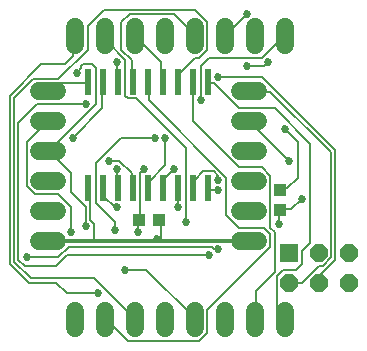
<source format=gbl>
G75*
%MOIN*%
%OFA0B0*%
%FSLAX24Y24*%
%IPPOS*%
%LPD*%
%AMOC8*
5,1,8,0,0,1.08239X$1,22.5*
%
%ADD10R,0.0236X0.0866*%
%ADD11R,0.0433X0.0394*%
%ADD12OC8,0.0600*%
%ADD13R,0.0600X0.0600*%
%ADD14C,0.0600*%
%ADD15C,0.0591*%
%ADD16C,0.0080*%
%ADD17C,0.0270*%
%ADD18C,0.0120*%
D10*
X003471Y006099D03*
X003971Y006099D03*
X004471Y006099D03*
X004971Y006099D03*
X005471Y006099D03*
X005971Y006099D03*
X006471Y006099D03*
X006971Y006099D03*
X007471Y006099D03*
X007471Y009646D03*
X006971Y009646D03*
X006471Y009646D03*
X005971Y009646D03*
X005471Y009646D03*
X004971Y009646D03*
X004471Y009646D03*
X003971Y009646D03*
X003471Y009646D03*
D11*
X005173Y005033D03*
X005842Y005033D03*
X009882Y005365D03*
X009882Y006034D03*
D12*
X011154Y003940D03*
X012154Y003940D03*
X012154Y002940D03*
X011154Y002940D03*
X010154Y002940D03*
D13*
X010154Y003940D03*
D14*
X009134Y004340D02*
X008534Y004340D01*
X008534Y005340D02*
X009134Y005340D01*
X009134Y006340D02*
X008534Y006340D01*
X008534Y007340D02*
X009134Y007340D01*
X009134Y008340D02*
X008534Y008340D01*
X008534Y009340D02*
X009134Y009340D01*
X002434Y009340D02*
X001834Y009340D01*
X001834Y008340D02*
X002434Y008340D01*
X002434Y007340D02*
X001834Y007340D01*
X001834Y006340D02*
X002434Y006340D01*
X002434Y005340D02*
X001834Y005340D01*
X001834Y004340D02*
X002434Y004340D01*
D15*
X003034Y002015D02*
X003034Y001425D01*
X004034Y001425D02*
X004034Y002015D01*
X005034Y002015D02*
X005034Y001425D01*
X006034Y001425D02*
X006034Y002015D01*
X007034Y002015D02*
X007034Y001425D01*
X008034Y001425D02*
X008034Y002015D01*
X009034Y002015D02*
X009034Y001425D01*
X010034Y001425D02*
X010034Y002015D01*
X010034Y010875D02*
X010034Y011465D01*
X009034Y011465D02*
X009034Y010875D01*
X008034Y010875D02*
X008034Y011465D01*
X007034Y011465D02*
X007034Y010875D01*
X006034Y010875D02*
X006034Y011465D01*
X005034Y011465D02*
X005034Y010875D01*
X004034Y010875D02*
X004034Y011465D01*
X003034Y011465D02*
X003034Y010875D01*
D16*
X002404Y002950D02*
X002754Y002600D01*
X003804Y002600D01*
X003664Y003090D02*
X004994Y001760D01*
X004784Y000990D02*
X004084Y001690D01*
X004784Y000990D02*
X007164Y000990D01*
X007444Y001270D01*
X007444Y002040D01*
X009544Y004140D01*
X009544Y004560D01*
X009334Y004770D01*
X008494Y004770D01*
X008074Y005190D01*
X008074Y006450D01*
X005484Y009040D01*
X005484Y009600D01*
X005471Y009646D01*
X005904Y009670D02*
X005971Y009646D01*
X005904Y009670D02*
X005904Y010300D01*
X005064Y011140D01*
X004574Y010720D02*
X004574Y011630D01*
X004854Y011910D01*
X006324Y011910D01*
X007024Y011210D01*
X007444Y011630D02*
X007444Y010720D01*
X007164Y010440D01*
X007024Y010440D01*
X006534Y009950D01*
X006534Y009670D01*
X006471Y009646D01*
X006954Y009600D02*
X006971Y009646D01*
X006954Y009600D02*
X006954Y008340D01*
X008494Y006800D01*
X009264Y006800D01*
X009544Y006520D01*
X009544Y004770D01*
X009684Y004630D01*
X009684Y003300D01*
X009054Y002670D01*
X009054Y001760D01*
X009754Y001970D02*
X009964Y001760D01*
X009754Y001970D02*
X009754Y003160D01*
X009964Y003370D01*
X010384Y003370D01*
X010594Y003580D01*
X010594Y004000D01*
X010874Y004280D01*
X010874Y007570D01*
X009684Y008760D01*
X008494Y008760D01*
X007654Y009600D01*
X007514Y009600D01*
X007471Y009646D01*
X007794Y009810D02*
X009264Y009810D01*
X011714Y007360D01*
X011714Y003720D01*
X011154Y003160D01*
X011154Y002940D01*
X010594Y002950D02*
X011154Y003510D01*
X011294Y003510D01*
X011574Y003790D01*
X011574Y007290D01*
X009544Y009320D01*
X008844Y009320D01*
X008834Y009340D01*
X008774Y010160D02*
X009334Y010160D01*
X009474Y010300D01*
X009264Y010440D02*
X009964Y011140D01*
X009264Y010440D02*
X007514Y010440D01*
X007234Y010160D01*
X007234Y009040D01*
X006044Y007780D02*
X006044Y006870D01*
X005484Y006310D01*
X005484Y006100D01*
X005471Y006099D01*
X005971Y006099D02*
X005974Y006100D01*
X005974Y006380D01*
X006324Y006730D01*
X006471Y006099D02*
X006464Y006030D01*
X006464Y005470D01*
X006744Y004980D02*
X006744Y007430D01*
X005064Y009110D01*
X004784Y009110D01*
X004714Y009180D01*
X004714Y010370D01*
X004084Y011000D01*
X004084Y011140D01*
X004574Y010720D02*
X004924Y010370D01*
X004924Y009670D01*
X004971Y009646D01*
X004471Y009646D02*
X004434Y009670D01*
X004434Y010300D01*
X003971Y009646D02*
X003944Y009600D01*
X003944Y008760D01*
X002964Y007780D01*
X002194Y007360D02*
X002134Y007340D01*
X002194Y007290D01*
X002894Y006590D01*
X002894Y005960D01*
X003384Y005470D01*
X003384Y004840D01*
X003524Y005050D02*
X003664Y004910D01*
X003664Y004340D01*
X004364Y004700D02*
X004364Y004980D01*
X003734Y005610D01*
X003734Y006940D01*
X004574Y007780D01*
X005694Y007780D01*
X005344Y006730D02*
X005204Y006590D01*
X005204Y005050D01*
X005173Y005033D01*
X005134Y004980D01*
X005134Y004630D01*
X005764Y004420D02*
X005764Y004340D01*
X005904Y004340D02*
X005904Y004980D01*
X005842Y005033D01*
X004971Y006099D02*
X004924Y006100D01*
X004924Y006590D01*
X004504Y007010D01*
X004154Y007010D01*
X004434Y006730D02*
X004434Y006100D01*
X004471Y006099D01*
X004014Y006030D02*
X004014Y005820D01*
X004364Y005470D01*
X004434Y005470D01*
X004014Y006030D02*
X003971Y006099D01*
X003524Y006030D02*
X003471Y006099D01*
X003524Y006030D02*
X003524Y005050D01*
X002894Y005470D02*
X002894Y004630D01*
X002824Y004140D02*
X002474Y003790D01*
X001424Y003790D01*
X001144Y003720D02*
X001354Y003510D01*
X002404Y003510D01*
X002754Y003860D01*
X007514Y003860D01*
X007654Y004070D02*
X007584Y004140D01*
X002824Y004140D01*
X003664Y003090D02*
X001564Y003090D01*
X001004Y003650D01*
X001004Y009110D01*
X001634Y009740D01*
X002474Y009740D01*
X003454Y010720D01*
X003454Y011490D01*
X004014Y012050D01*
X007024Y012050D01*
X007444Y011630D01*
X008074Y011210D02*
X008774Y011910D01*
X008844Y008340D02*
X008834Y008340D01*
X008844Y008340D02*
X010174Y007010D01*
X010454Y006450D02*
X010454Y007640D01*
X010034Y008060D01*
X010454Y006450D02*
X010104Y006100D01*
X009894Y006100D01*
X009882Y006034D01*
X009894Y005400D02*
X009882Y005365D01*
X009824Y005330D01*
X009824Y004910D01*
X009894Y005400D02*
X010244Y005400D01*
X010594Y005750D01*
X007794Y006030D02*
X007514Y006030D01*
X007471Y006099D01*
X007794Y006380D02*
X007794Y006520D01*
X007654Y006660D01*
X007304Y006660D01*
X007024Y006380D01*
X007024Y006100D01*
X006971Y006099D01*
X007654Y004070D02*
X007794Y004070D01*
X007024Y001760D02*
X005414Y003370D01*
X004714Y003370D01*
X002894Y005470D02*
X002474Y005890D01*
X001704Y005890D01*
X001424Y006170D01*
X001424Y007640D01*
X002124Y008340D01*
X002134Y008340D01*
X001774Y008900D02*
X003384Y008900D01*
X003734Y008900D02*
X002194Y007360D01*
X001144Y008270D02*
X001774Y008900D01*
X002134Y009340D02*
X002194Y009390D01*
X002404Y009600D01*
X003454Y009600D01*
X003471Y009646D01*
X003104Y009950D02*
X003244Y010090D01*
X003244Y010160D01*
X003314Y010230D01*
X003594Y010230D01*
X003734Y010090D01*
X003734Y008900D01*
X002684Y010230D02*
X002964Y010510D01*
X002964Y011140D01*
X002684Y010230D02*
X001914Y010230D01*
X000864Y009180D01*
X000864Y003580D01*
X001494Y002950D01*
X002404Y002950D01*
X001144Y003720D02*
X001144Y008270D01*
X010154Y002940D02*
X010174Y002950D01*
X010594Y002950D01*
D17*
X009824Y004910D03*
X010594Y005750D03*
X010174Y007010D03*
X010034Y008060D03*
X008774Y010160D03*
X009474Y010300D03*
X007794Y009810D03*
X007234Y009040D03*
X006044Y007780D03*
X005694Y007780D03*
X005344Y006730D03*
X004434Y006730D03*
X004154Y007010D03*
X002964Y007780D03*
X003384Y008900D03*
X003104Y009950D03*
X004434Y010300D03*
X006324Y006730D03*
X006464Y005470D03*
X006744Y004980D03*
X005764Y004420D03*
X005134Y004630D03*
X004364Y004700D03*
X004434Y005470D03*
X003384Y004840D03*
X002894Y004630D03*
X001424Y003790D03*
X003804Y002600D03*
X004714Y003370D03*
X007514Y003860D03*
X007794Y004070D03*
X007794Y006030D03*
X007794Y006380D03*
X008774Y011910D03*
D18*
X008834Y004340D02*
X005904Y004340D01*
X005764Y004340D01*
X003664Y004340D01*
X002134Y004340D01*
M02*

</source>
